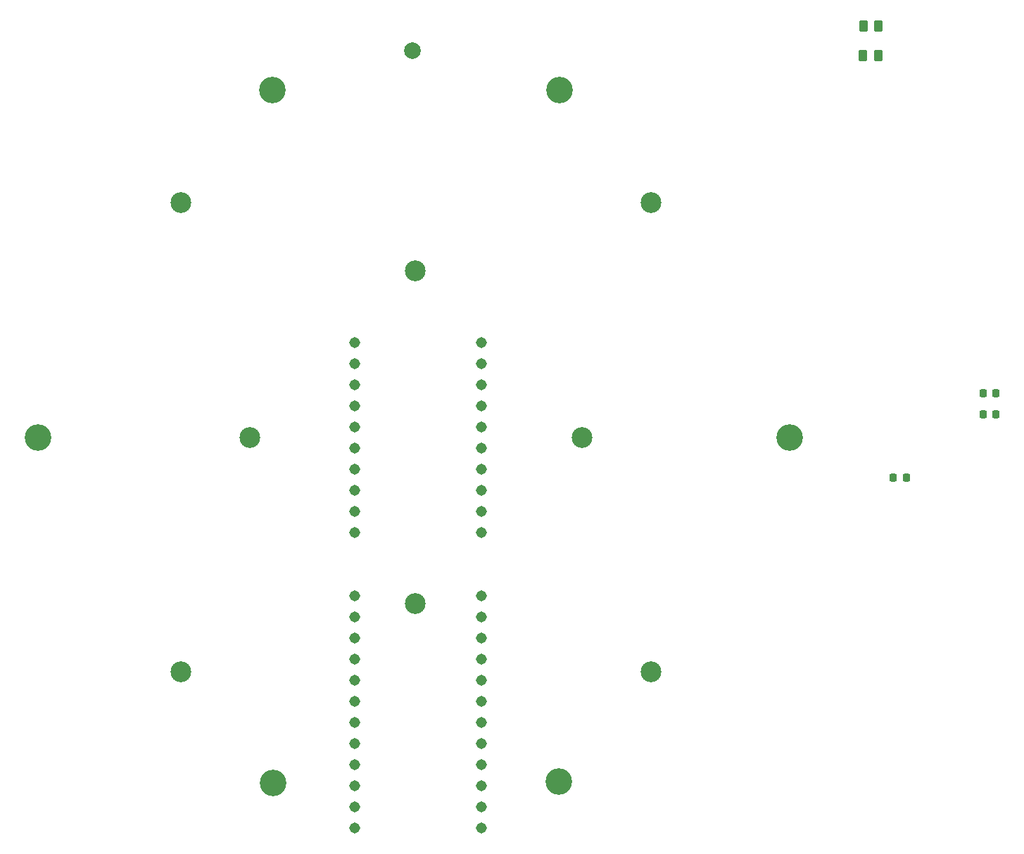
<source format=gbr>
%TF.GenerationSoftware,KiCad,Pcbnew,7.0.5*%
%TF.CreationDate,2023-06-16T10:57:35+02:00*%
%TF.ProjectId,maglev cv2,6d61676c-6576-4206-9376-322e6b696361,rev?*%
%TF.SameCoordinates,Original*%
%TF.FileFunction,Soldermask,Top*%
%TF.FilePolarity,Negative*%
%FSLAX46Y46*%
G04 Gerber Fmt 4.6, Leading zero omitted, Abs format (unit mm)*
G04 Created by KiCad (PCBNEW 7.0.5) date 2023-06-16 10:57:35*
%MOMM*%
%LPD*%
G01*
G04 APERTURE LIST*
G04 Aperture macros list*
%AMRoundRect*
0 Rectangle with rounded corners*
0 $1 Rounding radius*
0 $2 $3 $4 $5 $6 $7 $8 $9 X,Y pos of 4 corners*
0 Add a 4 corners polygon primitive as box body*
4,1,4,$2,$3,$4,$5,$6,$7,$8,$9,$2,$3,0*
0 Add four circle primitives for the rounded corners*
1,1,$1+$1,$2,$3*
1,1,$1+$1,$4,$5*
1,1,$1+$1,$6,$7*
1,1,$1+$1,$8,$9*
0 Add four rect primitives between the rounded corners*
20,1,$1+$1,$2,$3,$4,$5,0*
20,1,$1+$1,$4,$5,$6,$7,0*
20,1,$1+$1,$6,$7,$8,$9,0*
20,1,$1+$1,$8,$9,$2,$3,0*%
G04 Aperture macros list end*
%ADD10RoundRect,0.250000X-0.262500X-0.450000X0.262500X-0.450000X0.262500X0.450000X-0.262500X0.450000X0*%
%ADD11RoundRect,0.225000X-0.225000X-0.250000X0.225000X-0.250000X0.225000X0.250000X-0.225000X0.250000X0*%
%ADD12C,1.308000*%
%ADD13C,2.500000*%
%ADD14C,3.200000*%
%ADD15C,2.000000*%
G04 APERTURE END LIST*
D10*
%TO.C,R5*%
X200087500Y-49750000D03*
X201912500Y-49750000D03*
%TD*%
D11*
%TO.C,C5*%
X214490000Y-96490000D03*
X216040000Y-96490000D03*
%TD*%
%TO.C,C7*%
X205245000Y-104140000D03*
X203695000Y-104140000D03*
%TD*%
D10*
%TO.C,R6*%
X200041600Y-53296000D03*
X201866600Y-53296000D03*
%TD*%
D12*
%TO.C,MC1*%
X154149481Y-143769185D03*
X154149481Y-141229185D03*
X154149481Y-138689185D03*
X154149481Y-136149185D03*
X154149481Y-110749185D03*
X138909481Y-141229185D03*
X154149481Y-133609185D03*
X154149481Y-131069185D03*
X154149481Y-128529185D03*
X154149481Y-125989185D03*
X154149481Y-123449185D03*
X154149481Y-120909185D03*
X154149481Y-118369185D03*
X138909481Y-118369185D03*
X138909481Y-120909185D03*
X138909481Y-123449185D03*
X138909481Y-125989185D03*
X138909481Y-128529185D03*
X138909481Y-131069185D03*
X138909481Y-133609185D03*
X138909481Y-136149185D03*
X138909481Y-138689185D03*
X154149481Y-108209185D03*
X154149481Y-105669185D03*
X154149481Y-103129185D03*
X154149481Y-100589185D03*
X154149481Y-98049185D03*
X154149481Y-95509185D03*
X154149481Y-92969185D03*
X154149481Y-90429185D03*
X154149481Y-87889185D03*
X138909481Y-87889185D03*
X138909481Y-90429185D03*
X138909481Y-92969185D03*
X138909481Y-95509185D03*
X138909481Y-98049185D03*
X138909481Y-100589185D03*
X138909481Y-103129185D03*
X138909481Y-105669185D03*
X138909481Y-108209185D03*
X154149481Y-146309185D03*
X138909481Y-110749185D03*
X138909481Y-143769185D03*
X138909481Y-146309185D03*
%TD*%
D11*
%TO.C,C6*%
X214490000Y-93980000D03*
X216040000Y-93980000D03*
%TD*%
D13*
%TO.C,PMAG*%
X174500000Y-71000000D03*
%TD*%
D14*
%TO.C,REF\u002A\u002A*%
X191250000Y-99250000D03*
%TD*%
%TO.C,REF\u002A\u002A*%
X129077025Y-140852859D03*
%TD*%
D15*
%TO.C,J1*%
X145850000Y-52750000D03*
%TD*%
D13*
%TO.C,PMAG*%
X118000000Y-127500000D03*
%TD*%
D14*
%TO.C,REF\u002A\u002A*%
X100750000Y-99250000D03*
%TD*%
D13*
%TO.C,PMAG*%
X174500000Y-127500000D03*
%TD*%
D14*
%TO.C,PMAG*%
X129000000Y-57500000D03*
%TD*%
D13*
%TO.C,PMAG*%
X118000000Y-71000000D03*
%TD*%
%TO.C,Sol*%
X146208951Y-79245847D03*
%TD*%
D14*
%TO.C,REF\u002A\u002A*%
X163412036Y-140678157D03*
%TD*%
%TO.C,PMAG*%
X163500000Y-57500000D03*
%TD*%
D13*
%TO.C,Sol*%
X126250000Y-99250000D03*
%TD*%
%TO.C,Sol*%
X146198475Y-119261890D03*
%TD*%
%TO.C,Sol*%
X166250000Y-99250000D03*
%TD*%
M02*

</source>
